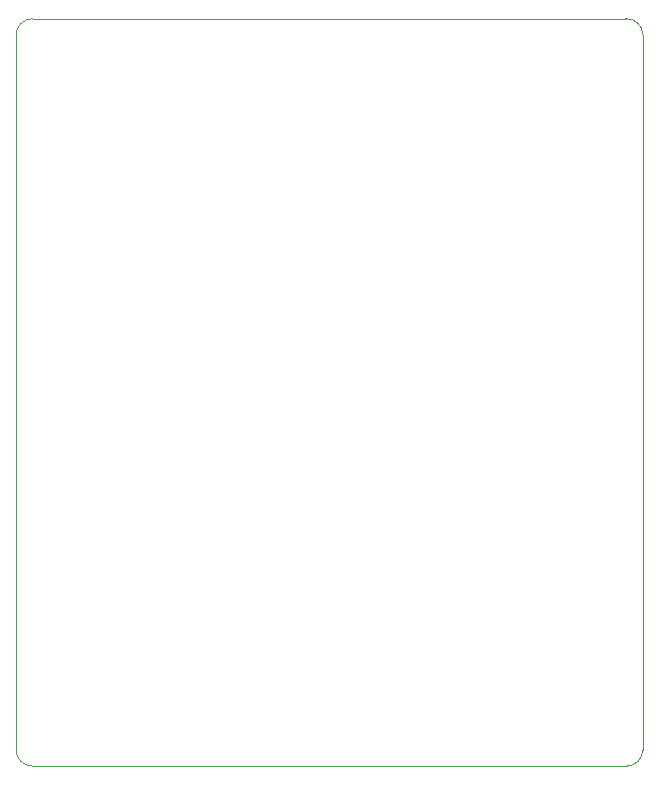
<source format=gbr>
%TF.GenerationSoftware,KiCad,Pcbnew,8.0.4*%
%TF.CreationDate,2024-10-15T19:46:01+02:00*%
%TF.ProjectId,power_hat,706f7765-725f-4686-9174-2e6b69636164,rev?*%
%TF.SameCoordinates,Original*%
%TF.FileFunction,Profile,NP*%
%FSLAX46Y46*%
G04 Gerber Fmt 4.6, Leading zero omitted, Abs format (unit mm)*
G04 Created by KiCad (PCBNEW 8.0.4) date 2024-10-15 19:46:01*
%MOMM*%
%LPD*%
G01*
G04 APERTURE LIST*
%TA.AperFunction,Profile*%
%ADD10C,0.050000*%
%TD*%
G04 APERTURE END LIST*
D10*
X111075000Y-62425000D02*
G75*
G02*
X112475073Y-61024900I1424300J-24200D01*
G01*
X162700000Y-61025000D02*
G75*
G02*
X164150241Y-62400227I73100J-1375200D01*
G01*
X164150454Y-122927797D02*
G75*
G02*
X162775227Y-124302954I-1375154J-3D01*
G01*
X164150227Y-122925227D02*
X164150227Y-62400227D01*
X112450000Y-124303024D02*
G75*
G02*
X111074776Y-122927797I0J1375224D01*
G01*
X111075000Y-122925227D02*
X111075000Y-62425000D01*
X162700000Y-61025000D02*
X112475000Y-61025000D01*
X112450000Y-124303024D02*
X162775000Y-124303024D01*
M02*

</source>
